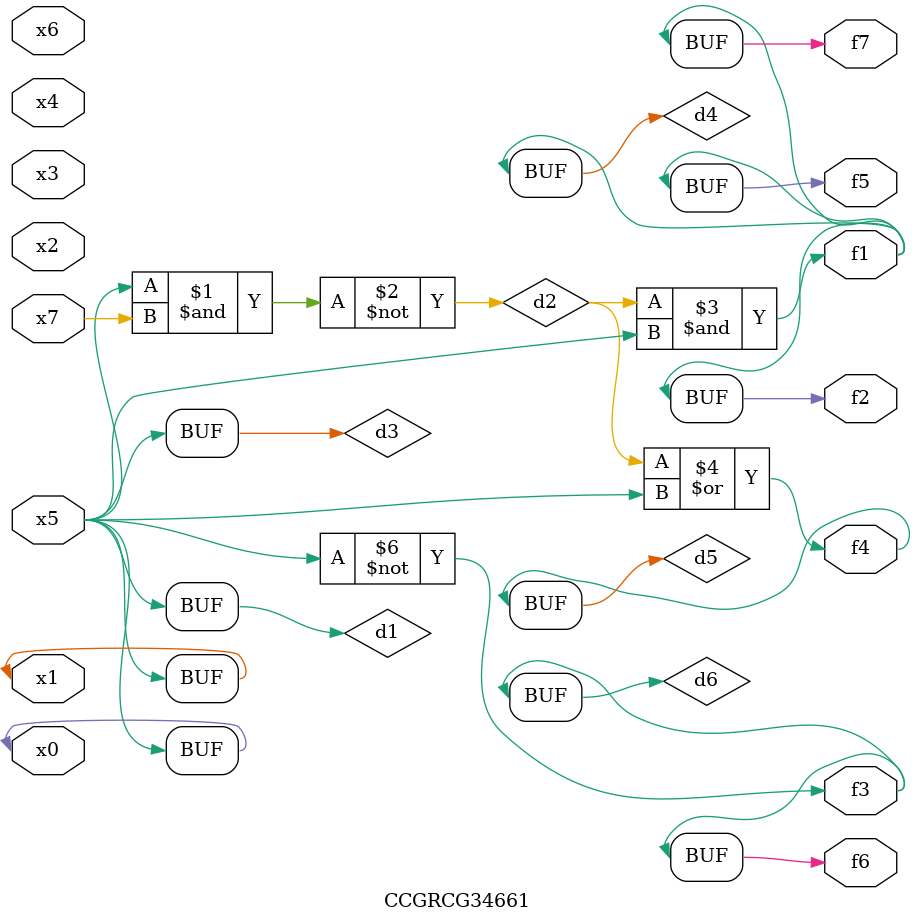
<source format=v>
module CCGRCG34661(
	input x0, x1, x2, x3, x4, x5, x6, x7,
	output f1, f2, f3, f4, f5, f6, f7
);

	wire d1, d2, d3, d4, d5, d6;

	buf (d1, x0, x5);
	nand (d2, x5, x7);
	buf (d3, x0, x1);
	and (d4, d2, d3);
	or (d5, d2, d3);
	nor (d6, d1, d3);
	assign f1 = d4;
	assign f2 = d4;
	assign f3 = d6;
	assign f4 = d5;
	assign f5 = d4;
	assign f6 = d6;
	assign f7 = d4;
endmodule

</source>
